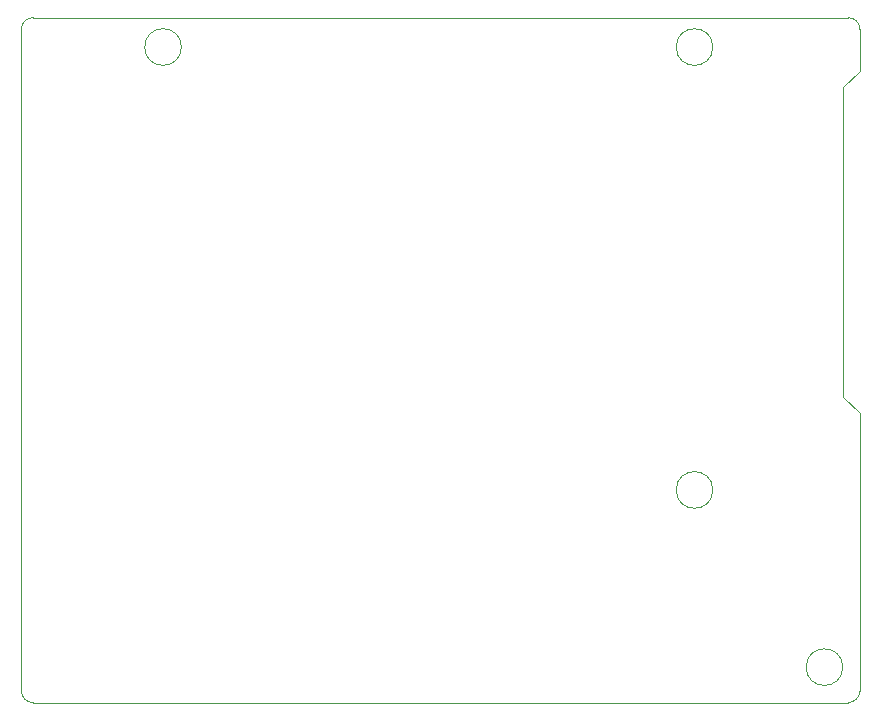
<source format=gm1>
G04 #@! TF.GenerationSoftware,KiCad,Pcbnew,8.0.6*
G04 #@! TF.CreationDate,2024-12-01T22:21:49+01:00*
G04 #@! TF.ProjectId,pico_piano,7069636f-5f70-4696-916e-6f2e6b696361,rev?*
G04 #@! TF.SameCoordinates,Original*
G04 #@! TF.FileFunction,Profile,NP*
%FSLAX46Y46*%
G04 Gerber Fmt 4.6, Leading zero omitted, Abs format (unit mm)*
G04 Created by KiCad (PCBNEW 8.0.6) date 2024-12-01 22:21:49*
%MOMM*%
%LPD*%
G01*
G04 APERTURE LIST*
G04 #@! TA.AperFunction,Profile*
%ADD10C,0.050000*%
G04 #@! TD*
G04 APERTURE END LIST*
D10*
X172600000Y-25900000D02*
X172600000Y-52100000D01*
X116550000Y-22500000D02*
G75*
G02*
X113450000Y-22500000I-1550000J0D01*
G01*
X113450000Y-22500000D02*
G75*
G02*
X116550000Y-22500000I1550000J0D01*
G01*
X172550000Y-75000000D02*
G75*
G02*
X169450000Y-75000000I-1550000J0D01*
G01*
X169450000Y-75000000D02*
G75*
G02*
X172550000Y-75000000I1550000J0D01*
G01*
X104000000Y-20000000D02*
X173000000Y-20000000D01*
X161550000Y-60000000D02*
G75*
G02*
X158450000Y-60000000I-1550000J0D01*
G01*
X158450000Y-60000000D02*
G75*
G02*
X161550000Y-60000000I1550000J0D01*
G01*
X174000000Y-77000000D02*
G75*
G02*
X173000000Y-78000000I-1000000J0D01*
G01*
X161550000Y-22500000D02*
G75*
G02*
X158450000Y-22500000I-1550000J0D01*
G01*
X158450000Y-22500000D02*
G75*
G02*
X161550000Y-22500000I1550000J0D01*
G01*
X103000000Y-21000000D02*
G75*
G02*
X104000000Y-20000000I1000000J0D01*
G01*
X104000000Y-78000000D02*
G75*
G02*
X103000000Y-77000000I0J1000000D01*
G01*
X174000000Y-24500000D02*
X174000000Y-21000000D01*
X173000000Y-20000000D02*
G75*
G02*
X174000000Y-21000000I0J-1000000D01*
G01*
X174000000Y-53500000D02*
X174000000Y-77000000D01*
X174000000Y-24500000D02*
X172600000Y-25900000D01*
X103000000Y-77000000D02*
X103000000Y-55000000D01*
X103000000Y-55000000D02*
X103000000Y-21000000D01*
X172600000Y-52100000D02*
X174000000Y-53500000D01*
X173000000Y-78000000D02*
X104000000Y-78000000D01*
M02*

</source>
